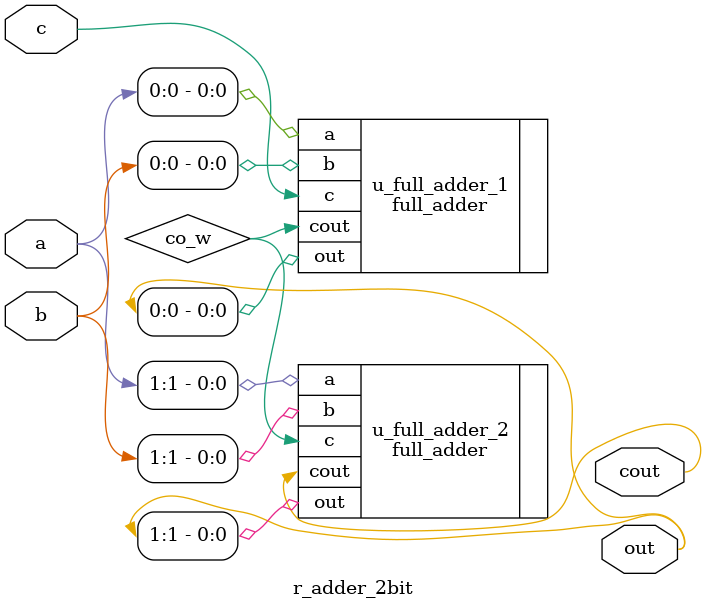
<source format=v>
module r_adder_2bit(
	input	[1:0]	a,
	input	[1:0]	b,
	input		c,

	output	[1:0]	out,
	output		cout
);

wire	co_w;

full_adder u_full_adder_1(
	.a	(a[0]),
	.b	(b[0]),
	.c	(c),
	.out	(out[0]),
	.cout	(co_w)
);

full_adder u_full_adder_2(
	.a	(a[1]),
	.b	(b[1]),
	.c	(co_w),
	.out	(out[1]),
	.cout	(cout)
);


endmodule

</source>
